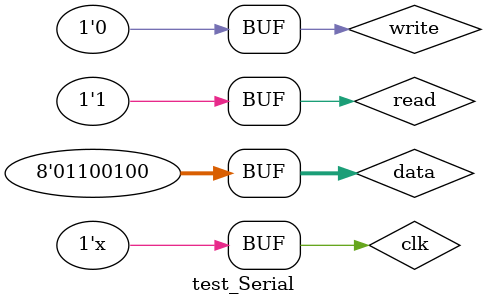
<source format=v>
`timescale 1ns / 1ps
module test_Serial();

    reg [7:0] data;
    reg write = 0;
    wire serial_line;

    wire [7:0] data_output;
    wire no_data;
    reg read = 1;

    reg clk = 0;
    always #5 clk = !clk;

    SerialTransmitter s_t(
        data,
        write,
        serial_line,
        clk
    );

    SerialReceiver s_r(
        data_output,
        no_data,
        read,
        serial_line,
        clk
    );

    always #10
    begin
        if(!no_data)
            $display("output: %s", data_output);
    end

    initial begin
        #5;

        data <= "h";
        write <= 1;
        #20;

        data <= "e";
        #20;

        data <= "l";
        #20;
        #20

        data <= "o";
        #20;

        data <= " ";
        #20;

        write <= 0;
        #10010;

        write <= 1;
        data <= "w";
        #20;

        data <= "o";
        #20;

        data <= "r";
        #20;

        data <= "l";
        #20;

        data <= "d";
        #20;

        write <= 0;
    end

endmodule
</source>
